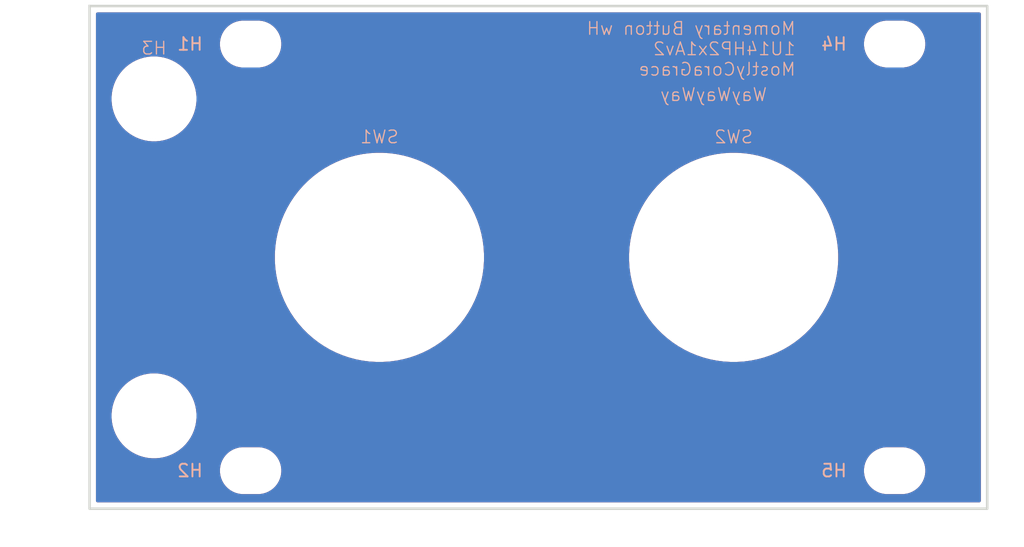
<source format=kicad_pcb>
(kicad_pcb (version 20241229) (generator "pcbnew") (generator_version "9.0")
  (layers (0 "F.Cu" signal) (2 "B.Cu" signal) (13 "F.Paste" user) (15 "B.Paste" user) (5 "F.SilkS" user "F.Silkscreen") (7 "B.SilkS" user "B.Silkscreen") (1 "F.Mask" user) (3 "B.Mask" user) (25 "Edge.Cuts" user))
  (net 0 "")
  (footprint "EXC:MountingHole_3.2mm_M3" (layer "F.Cu") (at 12.7 5.425)
    (property "Reference" "H1" (at -3.683 0 0) (layer "B.SilkS") (effects (justify left mirror)))
    (property "Value" "Eurorack_M3_MountingHole")
    (pad "" np_thru_hole oval (at 0 0) (size 4.34 3.2) (drill oval 4.34 3.2) (layers "*.Cu" "*.Mask"))
  )
  (footprint "EXC:SW_SPST_M16_Panel_Mount_Push-Button" (layer "F.Cu") (at 22.86 22.25)
    (property "Reference" "SW1" (at 0 -9.5 0) (layer "B.SilkS") (effects (font (thickness 0.1)) (justify mirror)))
    (property "Value" "SW_SPST_M16_Panel_Mount_Push-Button")
    (pad "" np_thru_hole circle (at 0 0) (size 16 16) (drill 16) (layers "*.Cu" "*.Mask"))
  )
  (footprint "EXC:Handle_1UM3P25_B" (layer "F.Cu") (at 5.08 9.75)
    (property "Reference" "H3" (at 0 -4 0) (layer "B.SilkS") (effects (font (thickness 0.1)) (justify mirror)))
    (property "Value" "Handle_1UM3P25_PanelMount_B")
    (pad "" np_thru_hole circle (at 0 0) (size 6.2 6.2) (drill 6.2) (layers "*.Cu" "*.Mask"))
    (pad "" np_thru_hole circle (at 0 25) (size 6.2 6.2) (drill 6.2) (layers "*.Cu" "*.Mask"))
  )
  (footprint "EXC:MountingHole_3.2mm_M3" (layer "F.Cu") (at 12.7 39.075)
    (property "Reference" "H2" (at -3.683 0 0) (layer "B.SilkS") (effects (justify left mirror)))
    (property "Value" "Eurorack_M3_MountingHole")
    (pad "" np_thru_hole oval (at 0 0) (size 4.34 3.2) (drill oval 4.34 3.2) (layers "*.Cu" "*.Mask"))
  )
  (footprint "EXC:MountingHole_3.2mm_M3" (layer "F.Cu") (at 63.5 5.425)
    (property "Reference" "H4" (at -3.683 0 0) (layer "B.SilkS") (effects (justify left mirror)))
    (property "Value" "Eurorack_M3_MountingHole")
    (pad "" np_thru_hole oval (at 0 0) (size 4.34 3.2) (drill oval 4.34 3.2) (layers "*.Cu" "*.Mask"))
  )
  (footprint "EXC:MountingHole_3.2mm_M3" (layer "F.Cu") (at 63.5 39.075)
    (property "Reference" "H5" (at -3.683 0 0) (layer "B.SilkS") (effects (justify left mirror)))
    (property "Value" "Eurorack_M3_MountingHole")
    (pad "" np_thru_hole oval (at 0 0) (size 4.34 3.2) (drill oval 4.34 3.2) (layers "*.Cu" "*.Mask"))
  )
  (footprint "EXC:SW_SPST_M16_Panel_Mount_Push-Button" (layer "F.Cu") (at 50.8 22.25)
    (property "Reference" "SW2" (at 0 -9.5 0) (layer "B.SilkS") (effects (font (thickness 0.1)) (justify mirror)))
    (property "Value" "SW_SPST_M16_Panel_Mount_Push-Button")
    (pad "" np_thru_hole circle (at 0 0) (size 16 16) (drill 16) (layers "*.Cu" "*.Mask"))
  )
  (gr_rect (start 0 2.425) (end 70.8 42.075) (stroke (width 0.2)) (fill no) (layer "Edge.Cuts"))
  (gr_text "WayWayWay" (at 53.5 10 0) (layer "B.SilkS") (effects (font (size 1 1) (thickness 0.1)) (justify left bottom mirror)))
  (gr_text "Momentary Button wH\n1U14HP2x1Av2\nMostlyCoraGrace" (at 55.75 8 0) (layer "B.SilkS") (effects (font (size 1 1) (thickness 0.1)) (justify left bottom mirror)))
  (zone (net 0) (net_name "") (layers "F.Cu" "B.Cu") (connect_pads (clearance 0.5)) (min_thickness 0.25) (fill yes (thermal_gap 0.5) (thermal_bridge_width 0.5) (island_removal_mode 1) (island_area_min 10))
    (polygon (pts (xy 0 2.425) (xy 70.8 2.425) (xy 70.8 42.075) (xy 0 42.075)))
  )
)
</source>
